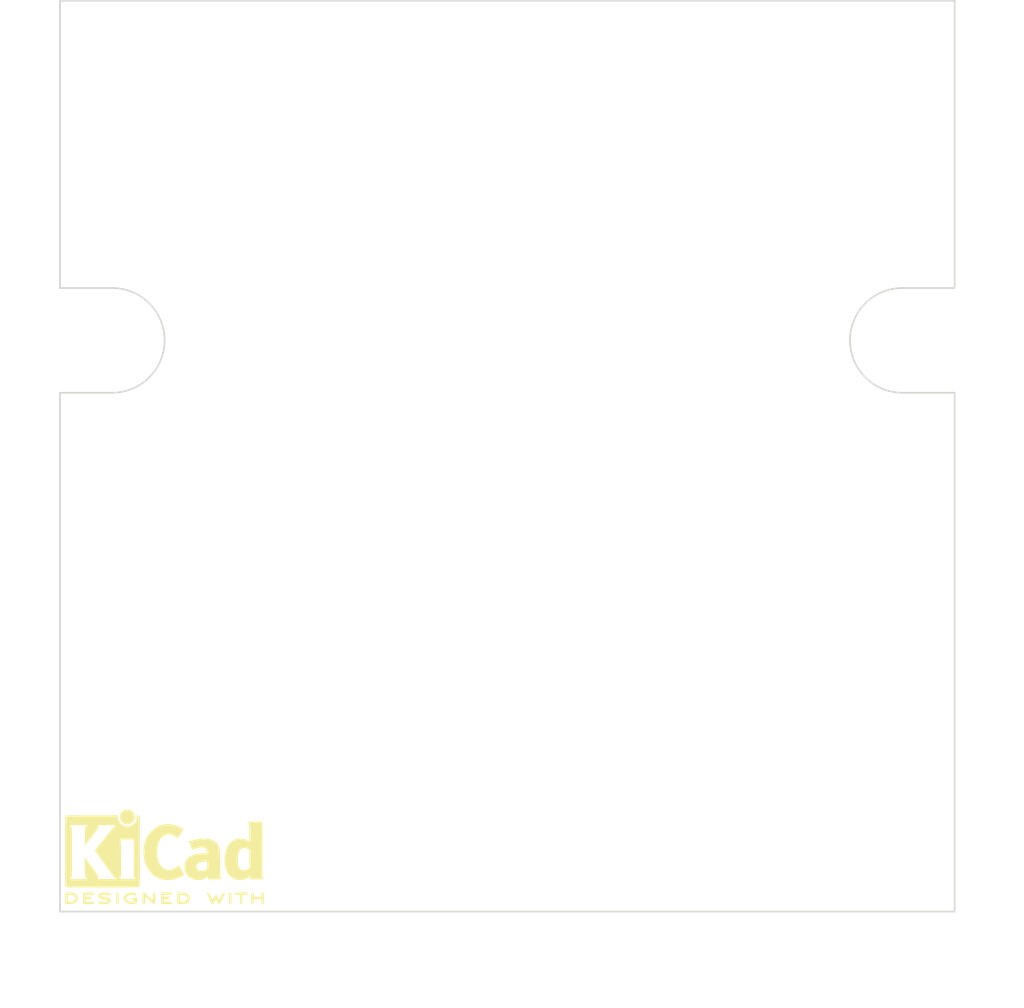
<source format=kicad_pcb>
(kicad_pcb (version 20221018) (generator pcbnew)
  (title_block (title "Enter Title On Page Setting Dialog") (rev "1") (company "Ashton Johnson"))
  (layers (0 "F.Cu" signal) (31 "B.Cu" signal) (35 "F.Paste" user) (37 "F.SilkS" user "F.Silkscreen") (39 "F.Mask" user) (44 "Edge.Cuts" user))
  (net 0 "")
  (footprint "Symbols:KiCad-Logo2_6mm_SilkScreen" (layer "F.Cu") (at 80 136)
    (fp_text reference "REF***" hide)
    (fp_text value "KiCad-Logo2_6mm_SilkScreen" hide)
    (fp_poly (pts (xy 4.188614 2.275877) (xy 4.212327 2.290647) (xy 4.238978 2.312227) (xy 4.238978 2.633773) (xy 4.238893 2.72783) (xy 4.238529 2.801932) (xy 4.237724 2.858704) (xy 4.236313 2.900768) (xy 4.234133 2.930748) (xy 4.231021 2.951267) (xy 4.226814 2.964949) (xy 4.221348 2.974416) (xy 4.217472 2.979082) (xy 4.186034 2.999575) (xy 4.150233 2.998739) (xy 4.118873 2.981264) (xy 4.092222 2.959684) (xy 4.092222 2.312227) (xy 4.118873 2.290647) (xy 4.144594 2.274949) (xy 4.1656 2.269067) (xy 4.188614 2.275877)) (stroke (width 0.01)) (fill solid) (layer "F.SilkS"))
    (fp_poly (pts (xy -2.923822 2.291645) (xy -2.917242 2.299218) (xy -2.912079 2.308987) (xy -2.908164 2.323571) (xy -2.905324 2.345585) (xy -2.903387 2.377648) (xy -2.902183 2.422375) (xy -2.901539 2.482385) (xy -2.901284 2.560294) (xy -2.901245 2.635956) (xy -2.901314 2.729802) (xy -2.901638 2.803689) (xy -2.902386 2.860232) (xy -2.903732 2.902049) (xy -2.905846 2.931757) (xy -2.9089 2.951973) (xy -2.913066 2.965314) (xy -2.918516 2.974398) (xy -2.923822 2.980267) (xy -2.956826 2.999947) (xy -2.991991 2.998181) (xy -3.023455 2.976717) (xy -3.030684 2.968337) (xy -3.036334 2.958614) (xy -3.040599 2.944861) (xy -3.043673 2.924389) (xy -3.045752 2.894512) (xy -3.04703 2.852541) (xy -3.047701 2.795789) (xy -3.047959 2.721567) (xy -3.048 2.637537) (xy -3.048 2.324485) (xy -3.020291 2.296776) (xy -2.986137 2.273463) (xy -2.953006 2.272623) (xy -2.923822 2.291645)) (stroke (width 0.01)) (fill solid) (layer "F.SilkS"))
    (fp_poly (pts (xy -2.273043 -2.973429) (xy -2.176768 -2.949191) (xy -2.090184 -2.906359) (xy -2.015373 -2.846581) (xy -1.954418 -2.771506) (xy -1.909399 -2.68278) (xy -1.883136 -2.58647) (xy -1.877286 -2.489205) (xy -1.89214 -2.395346) (xy -1.92584 -2.307489) (xy -1.976528 -2.22823) (xy -2.042345 -2.160164) (xy -2.121434 -2.105888) (xy -2.211934 -2.067998) (xy -2.2632 -2.055574) (xy -2.307698 -2.048053) (xy -2.341999 -2.045081) (xy -2.37496 -2.046906) (xy -2.415434 -2.053775) (xy -2.448531 -2.06075) (xy -2.541947 -2.092259) (xy -2.625619 -2.143383) (xy -2.697665 -2.212571) (xy -2.7562 -2.298272) (xy -2.770148 -2.325511) (xy -2.786586 -2.361878) (xy -2.796894 -2.392418) (xy -2.80246 -2.42455) (xy -2.804669 -2.465693) (xy -2.804948 -2.511778) (xy -2.800861 -2.596135) (xy -2.787446 -2.665414) (xy -2.762256 -2.726039) (xy -2.722846 -2.784433) (xy -2.684298 -2.828698) (xy -2.612406 -2.894516) (xy -2.537313 -2.939947) (xy -2.454562 -2.96715) (xy -2.376928 -2.977424) (xy -2.273043 -2.973429)) (stroke (width 0.01)) (fill solid) (layer "F.SilkS"))
    (fp_poly (pts (xy 4.963065 2.269163) (xy 5.041772 2.269542) (xy 5.102863 2.270333) (xy 5.148817 2.27167) (xy 5.182114 2.273683) (xy 5.205236 2.276506) (xy 5.220662 2.280269) (xy 5.230871 2.285105) (xy 5.235813 2.288822) (xy 5.261457 2.321358) (xy 5.264559 2.355138) (xy 5.248711 2.385826) (xy 5.238348 2.398089) (xy 5.227196 2.40645) (xy 5.211035 2.411657) (xy 5.185642 2.414457) (xy 5.146798 2.415596) (xy 5.09028 2.415821) (xy 5.07918 2.415822) (xy 4.933244 2.415822) (xy 4.933244 2.686756) (xy 4.933148 2.772154) (xy 4.932711 2.837864) (xy 4.931712 2.886774) (xy 4.929928 2.921773) (xy 4.927137 2.945749) (xy 4.923117 2.961593) (xy 4.917645 2.972191) (xy 4.910666 2.980267) (xy 4.877734 3.000112) (xy 4.843354 2.998548) (xy 4.812176 2.975906) (xy 4.809886 2.9731) (xy 4.802429 2.962492) (xy 4.796747 2.950081) (xy 4.792601 2.93285) (xy 4.78975 2.907784) (xy 4.787954 2.871867) (xy 4.786972 2.822083) (xy 4.786564 2.755417) (xy 4.786489 2.679589) (xy 4.786489 2.415822) (xy 4.647127 2.415822) (xy 4.587322 2.415418) (xy 4.545918 2.41384) (xy 4.518748 2.410547) (xy 4.501646 2.404992) (xy 4.490443 2.396631) (xy 4.489083 2.395178) (xy 4.472725 2.361939) (xy 4.474172 2.324362) (xy 4.492978 2.291645) (xy 4.50025 2.285298) (xy 4.509627 2.280266) (xy 4.523609 2.276396) (xy 4.544696 2.273537) (xy 4.575389 2.271535) (xy 4.618189 2.270239) (xy 4.675595 2.269498) (xy 4.75011 2.269158) (xy 4.844233 2.269068) (xy 4.86426 2.269067) (xy 4.963065 2.269163)) (stroke (width 0.01)) (fill solid) (layer "F.SilkS"))
    (fp_poly (pts (xy 6.228823 2.274533) (xy 6.260202 2.296776) (xy 6.287911 2.324485) (xy 6.287911 2.63392) (xy 6.287838 2.725799) (xy 6.287495 2.79784) (xy 6.286692 2.85278) (xy 6.285241 2.89336) (xy 6.282952 2.922317) (xy 6.279636 2.942391) (xy 6.275105 2.956321) (xy 6.269169 2.966845) (xy 6.264514 2.9731) (xy 6.233783 2.997673) (xy 6.198496 3.000341) (xy 6.166245 2.985271) (xy 6.155588 2.976374) (xy 6.148464 2.964557) (xy 6.144167 2.945526) (xy 6.141991 2.914992) (xy 6.141228 2.868662) (xy 6.141155 2.832871) (xy 6.141155 2.698045) (xy 5.644444 2.698045) (xy 5.644444 2.8207) (xy 5.643931 2.876787) (xy 5.641876 2.915333) (xy 5.637508 2.941361) (xy 5.630056 2.959897) (xy 5.621047 2.9731) (xy 5.590144 2.997604) (xy 5.555196 3.000506) (xy 5.521738 2.983089) (xy 5.512604 2.973959) (xy 5.506152 2.961855) (xy 5.501897 2.943001) (xy 5.499352 2.91362) (xy 5.498029 2.869937) (xy 5.497443 2.808175) (xy 5.497375 2.794) (xy 5.496891 2.677631) (xy 5.496641 2.581727) (xy 5.496723 2.504177) (xy 5.497231 2.442869) (xy 5.498262 2.39569) (xy 5.499913 2.36053) (xy 5.502279 2.335276) (xy 5.505457 2.317817) (xy 5.509544 2.306041) (xy 5.514634 2.297835) (xy 5.520266 2.291645) (xy 5.552128 2.271844) (xy 5.585357 2.274533) (xy 5.616735 2.296776) (xy 5.629433 2.311126) (xy 5.637526 2.326978) (xy 5.642042 2.349554) (xy 5.644006 2.384078) (xy 5.644444 2.435776) (xy 5.644444 2.551289) (xy 6.141155 2.551289) (xy 6.141155 2.432756) (xy 6.141662 2.378148) (xy 6.143698 2.341275) (xy 6.148035 2.317307) (xy 6.155447 2.301415) (xy 6.163733 2.291645) (xy 6.195594 2.271844) (xy 6.228823 2.274533)) (stroke (width 0.01)) (fill solid) (layer "F.SilkS"))
    (fp_poly (pts (xy 1.018309 2.269275) (xy 1.147288 2.273636) (xy 1.256991 2.286861) (xy 1.349226 2.309741) (xy 1.425802 2.34307) (xy 1.488527 2.387638) (xy 1.539212 2.444236) (xy 1.579663 2.513658) (xy 1.580459 2.515351) (xy 1.604601 2.577483) (xy 1.613203 2.632509) (xy 1.606231 2.687887) (xy 1.583654 2.751073) (xy 1.579372 2.760689) (xy 1.550172 2.816966) (xy 1.517356 2.860451) (xy 1.475002 2.897417) (xy 1.41719 2.934135) (xy 1.413831 2.936052) (xy 1.363504 2.960227) (xy 1.306621 2.978282) (xy 1.239527 2.990839) (xy 1.158565 2.998522) (xy 1.060082 3.001953) (xy 1.025286 3.002251) (xy 0.859594 3.002845) (xy 0.836197 2.9731) (xy 0.829257 2.963319) (xy 0.823842 2.951897) (xy 0.819765 2.936095) (xy 0.816837 2.913175) (xy 0.814867 2.880396) (xy 0.814225 2.856089) (xy 0.970844 2.856089) (xy 1.064726 2.856089) (xy 1.119664 2.854483) (xy 1.17606 2.850255) (xy 1.222345 2.844292) (xy 1.225139 2.84379) (xy 1.307348 2.821736) (xy 1.371114 2.7886) (xy 1.418452 2.742847) (xy 1.451382 2.682939) (xy 1.457108 2.667061) (xy 1.462721 2.642333) (xy 1.460291 2.617902) (xy 1.448467 2.5854) (xy 1.44134 2.569434) (xy 1.418 2.527006) (xy 1.38988 2.49724) (xy 1.35894 2.476511) (xy 1.296966 2.449537) (xy 1.217651 2.429998) (xy 1.125253 2.418746) (xy 1.058333 2.41627) (xy 0.970844 2.415822) (xy 0.970844 2.856089) (xy 0.814225 2.856089) (xy 0.813668 2.835021) (xy 0.81305 2.774311) (xy 0.812825 2.695526) (xy 0.8128 2.63392) (xy 0.8128 2.324485) (xy 0.840509 2.296776) (xy 0.852806 2.285544) (xy 0.866103 2.277853) (xy 0.884672 2.27304) (xy 0.912786 2.270446) (xy 0.954717 2.26941) (xy 1.014737 2.26927) (xy 1.018309 2.269275)) (stroke (width 0.01)) (fill solid) (layer "F.SilkS"))
    (fp_poly (pts (xy -6.121371 2.269066) (xy -6.081889 2.269467) (xy -5.9662 2.272259) (xy -5.869311 2.28055) (xy -5.787919 2.295232) (xy -5.718723 2.317193) (xy -5.65842 2.347322) (xy -5.603708 2.38651) (xy -5.584167 2.403532) (xy -5.55175 2.443363) (xy -5.52252 2.497413) (xy -5.499991 2.557323) (xy -5.487679 2.614739) (xy -5.4864 2.635956) (xy -5.494417 2.694769) (xy -5.515899 2.759013) (xy -5.546999 2.819821) (xy -5.583866 2.86833) (xy -5.589854 2.874182) (xy -5.640579 2.915321) (xy -5.696125 2.947435) (xy -5.759696 2.971365) (xy -5.834494 2.987953) (xy -5.923722 2.998041) (xy -6.030582 3.002469) (xy -6.079528 3.002845) (xy -6.141762 3.002545) (xy -6.185528 3.001292) (xy -6.214931 2.998554) (xy -6.234079 2.993801) (xy -6.247077 2.986501) (xy -6.254045 2.980267) (xy -6.260626 2.972694) (xy -6.265788 2.962924) (xy -6.269703 2.94834) (xy -6.272543 2.926326) (xy -6.27448 2.894264) (xy -6.275684 2.849536) (xy -6.276328 2.789526) (xy -6.276583 2.711617) (xy -6.276622 2.635956) (xy -6.27687 2.535041) (xy -6.276817 2.454427) (xy -6.275857 2.415822) (xy -6.129867 2.415822) (xy -6.129867 2.856089) (xy -6.036734 2.856004) (xy -5.980693 2.854396) (xy -5.921999 2.850256) (xy -5.873028 2.844464) (xy -5.871538 2.844226) (xy -5.792392 2.82509) (xy -5.731002 2.795287) (xy -5.684305 2.752878) (xy -5.654635 2.706961) (xy -5.636353 2.656026) (xy -5.637771 2.6082) (xy -5.658988 2.556933) (xy -5.700489 2.503899) (xy -5.757998 2.4646) (xy -5.83275 2.438331) (xy -5.882708 2.429035) (xy -5.939416 2.422507) (xy -5.999519 2.417782) (xy -6.050639 2.415817) (xy -6.053667 2.415808) (xy -6.129867 2.415822) (xy -6.275857 2.415822) (xy -6.27526 2.391851) (xy -6.270998 2.345055) (xy -6.26283 2.311778) (xy -6.249556 2.289759) (xy -6.229974 2.276739) (xy -6.202883 2.270457) (xy -6.167082 2.268653) (xy -6.121371 2.269066)) (stroke (width 0.01)) (fill solid) (layer "F.SilkS"))
    (fp_poly (pts (xy -1.300114 2.273448) (xy -1.276548 2.287273) (xy -1.245735 2.309881) (xy -1.206078 2.342338) (xy -1.15598 2.385708) (xy -1.093843 2.441058) (xy -1.018072 2.509451) (xy -0.931334 2.588084) (xy -0.750711 2.751878) (xy -0.745067 2.532029) (xy -0.743029 2.456351) (xy -0.741063 2.399994) (xy -0.738734 2.359706) (xy -0.735606 2.332235) (xy -0.731245 2.314329) (xy -0.725216 2.302737) (xy -0.717084 2.294208) (xy -0.712772 2.290623) (xy -0.678241 2.27167) (xy -0.645383 2.274441) (xy -0.619318 2.290633) (xy -0.592667 2.312199) (xy -0.589352 2.627151) (xy -0.588435 2.719779) (xy -0.587968 2.792544) (xy -0.588113 2.848161) (xy -0.589032 2.889342) (xy -0.590887 2.918803) (xy -0.593839 2.939255) (xy -0.59805 2.953413) (xy -0.603682 2.963991) (xy -0.609927 2.972474) (xy -0.623439 2.988207) (xy -0.636883 2.998636) (xy -0.652124 3.002639) (xy -0.671026 2.999094) (xy -0.695455 2.986879) (xy -0.727273 2.964871) (xy -0.768348 2.931949) (xy -0.820542 2.886991) (xy -0.885722 2.828875) (xy -0.959556 2.762099) (xy -1.224845 2.521458) (xy -1.230489 2.740589) (xy -1.232531 2.816128) (xy -1.234502 2.872354) (xy -1.236839 2.912524) (xy -1.239981 2.939896) (xy -1.244364 2.957728) (xy -1.250424 2.969279) (xy -1.2586 2.977807) (xy -1.262784 2.981282) (xy -1.299765 3.000372) (xy -1.334708 2.997493) (xy -1.365136 2.9731) (xy -1.372097 2.963286) (xy -1.377523 2.951826) (xy -1.381603 2.935968) (xy -1.384529 2.912963) (xy -1.386492 2.880062) (xy -1.387683 2.834516) (xy -1.388292 2.773573) (xy -1.388511 2.694486) (xy -1.388534 2.635956) (xy -1.38846 2.544407) (xy -1.388113 2.472687) (xy -1.387301 2.418045) (xy -1.385833 2.377732) (xy -1.383519 2.348998) (xy -1.380167 2.329093) (xy -1.375588 2.315268) (xy -1.369589 2.304772) (xy -1.365136 2.298811) (xy -1.35385 2.284691) (xy -1.343301 2.274029) (xy -1.331893 2.267892) (xy -1.31803 2.267343) (xy -1.300114 2.273448)) (stroke (width 0.01)) (fill solid) (layer "F.SilkS"))
    (fp_poly (pts (xy -1.950081 2.274599) (xy -1.881565 2.286095) (xy -1.828943 2.303967) (xy -1.794708 2.327499) (xy -1.785379 2.340924) (xy -1.775893 2.372148) (xy -1.782277 2.400395) (xy -1.80243 2.427182) (xy -1.833745 2.439713) (xy -1.879183 2.438696) (xy -1.914326 2.431906) (xy -1.992419 2.418971) (xy -2.072226 2.417742) (xy -2.161555 2.428241) (xy -2.186229 2.43269) (xy -2.269291 2.456108) (xy -2.334273 2.490945) (xy -2.380461 2.536604) (xy -2.407145 2.592494) (xy -2.412663 2.621388) (xy -2.409051 2.680012) (xy -2.385729 2.731879) (xy -2.344824 2.775978) (xy -2.288459 2.811299) (xy -2.21876 2.836829) (xy -2.137852 2.851559) (xy -2.04786 2.854478) (xy -1.95091 2.844575) (xy -1.945436 2.843641) (xy -1.906875 2.836459) (xy -1.885494 2.829521) (xy -1.876227 2.819227) (xy -1.874006 2.801976) (xy -1.873956 2.792841) (xy -1.873956 2.754489) (xy -1.942431 2.754489) (xy -2.0029 2.750347) (xy -2.044165 2.737147) (xy -2.068175 2.71373) (xy -2.076877 2.678936) (xy -2.076983 2.674394) (xy -2.071892 2.644654) (xy -2.054433 2.623419) (xy -2.021939 2.609366) (xy -1.971743 2.601173) (xy -1.923123 2.598161) (xy -1.852456 2.596433) (xy -1.801198 2.59907) (xy -1.766239 2.6088) (xy -1.74447 2.628353) (xy -1.73278 2.660456) (xy -1.72806 2.707838) (xy -1.7272 2.770071) (xy -1.728609 2.839535) (xy -1.732848 2.886786) (xy -1.739936 2.912012) (xy -1.741311 2.913988) (xy -1.780228 2.945508) (xy -1.837286 2.97047) (xy -1.908869 2.98834) (xy -1.991358 2.998586) (xy -2.081139 3.000673) (xy -2.174592 2.994068) (xy -2.229556 2.985956) (xy -2.315766 2.961554) (xy -2.395892 2.921662) (xy -2.462977 2.869887) (xy -2.473173 2.859539) (xy -2.506302 2.816035) (xy -2.536194 2.762118) (xy -2.559357 2.705592) (xy -2.572298 2.654259) (xy -2.573858 2.634544) (xy -2.567218 2.593419) (xy -2.549568 2.542252) (xy -2.524297 2.488394) (xy -2.494789 2.439195) (xy -2.468719 2.406334) (xy -2.407765 2.357452) (xy -2.328969 2.318545) (xy -2.235157 2.290494) (xy -2.12915 2.274179) (xy -2.032 2.270192) (xy -1.950081 2.274599)) (stroke (width 0.01)) (fill solid) (layer "F.SilkS"))
    (fp_poly (pts (xy 0.230343 2.26926) (xy 0.306701 2.270174) (xy 0.365217 2.272311) (xy 0.408255 2.276175) (xy 0.438183 2.282267) (xy 0.457368 2.29109) (xy 0.468176 2.303146) (xy 0.472973 2.318939) (xy 0.474127 2.33897) (xy 0.474133 2.341335) (xy 0.473131 2.363992) (xy 0.468396 2.381503) (xy 0.457333 2.394574) (xy 0.437348 2.403913) (xy 0.405846 2.410227) (xy 0.360232 2.414222) (xy 0.297913 2.416606) (xy 0.216293 2.418086) (xy 0.191277 2.418414) (xy -0.0508 2.421467) (xy -0.054186 2.486378) (xy -0.057571 2.551289) (xy 0.110576 2.551289) (xy 0.176266 2.551531) (xy 0.223172 2.552556) (xy 0.255083 2.554811) (xy 0.275791 2.558742) (xy 0.289084 2.564798) (xy 0.298755 2.573424) (xy 0.298817 2.573493) (xy 0.316356 2.607112) (xy 0.315722 2.643448) (xy 0.297314 2.674423) (xy 0.293671 2.677607) (xy 0.280741 2.685812) (xy 0.263024 2.691521) (xy 0.23657 2.695162) (xy 0.197432 2.697167) (xy 0.141662 2.697964) (xy 0.105994 2.698045) (xy -0.056445 2.698045) (xy -0.056445 2.856089) (xy 0.190161 2.856089) (xy 0.27158 2.856231) (xy 0.33341 2.856814) (xy 0.378637 2.858068) (xy 0.410248 2.860227) (xy 0.431231 2.863523) (xy 0.444573 2.868189) (xy 0.453261 2.874457) (xy 0.45545 2.876733) (xy 0.471614 2.90828) (xy 0.472797 2.944168) (xy 0.459536 2.975285) (xy 0.449043 2.985271) (xy 0.438129 2.990769) (xy 0.421217 2.995022) (xy 0.395633 2.99818) (xy 0.358701 3.000392) (xy 0.307746 3.001806) (xy 0.240094 3.002572) (xy 0.153069 3.002838) (xy 0.133394 3.002845) (xy 0.044911 3.002787) (xy -0.023773 3.002467) (xy -0.075436 3.001667) (xy -0.112855 3.000167) (xy -0.13881 2.997749) (xy -0.156078 2.994194) (xy -0.167438 2.989282) (xy -0.175668 2.982795) (xy -0.180183 2.978138) (xy -0.186979 2.969889) (xy -0.192288 2.959669) (xy -0.196294 2.9448) (xy -0.199179 2.922602) (xy -0.201126 2.890393) (xy -0.202319 2.845496) (xy -0.202939 2.785228) (xy -0.203171 2.706911) (xy -0.2032 2.640994) (xy -0.203129 2.548628) (xy -0.202792 2.476117) (xy -0.202002 2.420737) (xy -0.200574 2.379765) (xy -0.198321 2.350478) (xy -0.195057 2.330153) (xy -0.190596 2.316066) (xy -0.184752 2.305495) (xy -0.179803 2.298811) (xy -0.156406 2.269067) (xy 0.133774 2.269067) (xy 0.230343 2.26926)) (stroke (width 0.01)) (fill solid) (layer "F.SilkS"))
    (fp_poly (pts (xy -4.712794 2.269146) (xy -4.643386 2.269518) (xy -4.590997 2.270385) (xy -4.552847 2.271946) (xy -4.526159 2.274403) (xy -4.508153 2.277957) (xy -4.496049 2.28281) (xy -4.487069 2.289161) (xy -4.483818 2.292084) (xy -4.464043 2.323142) (xy -4.460482 2.358828) (xy -4.473491 2.39051) (xy -4.479506 2.396913) (xy -4.489235 2.403121) (xy -4.504901 2.40791) (xy -4.529408 2.411514) (xy -4.565661 2.414164) (xy -4.616565 2.416095) (xy -4.685026 2.417539) (xy -4.747617 2.418418) (xy -4.995334 2.421467) (xy -4.998719 2.486378) (xy -5.002105 2.551289) (xy -4.833958 2.551289) (xy -4.760959 2.551919) (xy -4.707517 2.554553) (xy -4.670628 2.560309) (xy -4.647288 2.570304) (xy -4.634494 2.585656) (xy -4.629242 2.607482) (xy -4.628445 2.627738) (xy -4.630923 2.652592) (xy -4.640277 2.670906) (xy -4.659383 2.683637) (xy -4.691118 2.691741) (xy -4.738359 2.696176) (xy -4.803983 2.697899) (xy -4.839801 2.698045) (xy -5.000978 2.698045) (xy -5.000978 2.856089) (xy -4.752622 2.856089) (xy -4.671213 2.856202) (xy -4.609342 2.856712) (xy -4.563968 2.85787) (xy -4.532054 2.85993) (xy -4.510559 2.863146) (xy -4.496443 2.867772) (xy -4.486668 2.874059) (xy -4.481689 2.878667) (xy -4.46461 2.90556) (xy -4.459111 2.929467) (xy -4.466963 2.958667) (xy -4.481689 2.980267) (xy -4.489546 2.987066) (xy -4.499688 2.992346) (xy -4.514844 2.996298) (xy -4.537741 2.999113) (xy -4.571109 3.000982) (xy -4.617675 3.002098) (xy -4.680167 3.002651) (xy -4.761314 3.002833) (xy -4.803422 3.002845) (xy -4.893598 3.002765) (xy -4.963924 3.002398) (xy -5.017129 3.001552) (xy -5.05594 3.000036) (xy -5.083087 2.997659) (xy -5.101298 2.994229) (xy -5.1133 2.989554) (xy -5.121822 2.983444) (xy -5.125156 2.980267) (xy -5.131755 2.97267) (xy -5.136927 2.96287) (xy -5.140846 2.948239) (xy -5.143684 2.926152) (xy -5.145615 2.893982) (xy -5.146812 2.849103) (xy -5.147448 2.788889) (xy -5.147697 2.710713) (xy -5.147734 2.637923) (xy -5.1477 2.544707) (xy -5.147465 2.471431) (xy -5.14683 2.415458) (xy -5.145594 2.374151) (xy -5.143556 2.344872) (xy -5.140517 2.324984) (xy -5.136277 2.31185) (xy -5.130635 2.302832) (xy -5.123391 2.295293) (xy -5.121606 2.293612) (xy -5.112945 2.286172) (xy -5.102882 2.280409) (xy -5.088625 2.276112) (xy -5.067383 2.273064) (xy -5.036364 2.271051) (xy -4.992777 2.26986) (xy -4.933831 2.269275) (xy -4.856734 2.269083) (xy -4.802001 2.269067) (xy -4.712794 2.269146)) (stroke (width 0.01)) (fill solid) (layer "F.SilkS"))
    (fp_poly (pts (xy 3.744665 2.271034) (xy 3.764255 2.278035) (xy 3.76501 2.278377) (xy 3.791613 2.298678) (xy 3.80627 2.319561) (xy 3.809138 2.329352) (xy 3.808996 2.342361) (xy 3.804961 2.360895) (xy 3.796146 2.387257) (xy 3.781669 2.423752) (xy 3.760645 2.472687) (xy 3.732188 2.536365) (xy 3.695415 2.617093) (xy 3.675175 2.661216) (xy 3.638625 2.739985) (xy 3.604315 2.812423) (xy 3.573552 2.87588) (xy 3.547648 2.927708) (xy 3.52791 2.965259) (xy 3.51565 2.985884) (xy 3.513224 2.988733) (xy 3.482183 3.001302) (xy 3.447121 2.999619) (xy 3.419 2.984332) (xy 3.417854 2.983089) (xy 3.406668 2.966154) (xy 3.387904 2.93317) (xy 3.363875 2.88838) (xy 3.336897 2.836032) (xy 3.327201 2.816742) (xy 3.254014 2.67015) (xy 3.17424 2.829393) (xy 3.145767 2.884415) (xy 3.11935 2.932132) (xy 3.097148 2.968893) (xy 3.081319 2.991044) (xy 3.075954 2.995741) (xy 3.034257 3.002102) (xy 2.999849 2.988733) (xy 2.989728 2.974446) (xy 2.972214 2.942692) (xy 2.948735 2.896597) (xy 2.92072 2.839285) (xy 2.889599 2.77388) (xy 2.856799 2.703507) (xy 2.82375 2.631291) (xy 2.791881 2.560355) (xy 2.762619 2.493825) (xy 2.737395 2.434826) (xy 2.717636 2.386481) (xy 2.704772 2.351915) (xy 2.700231 2.334253) (xy 2.700277 2.333613) (xy 2.711326 2.311388) (xy 2.73341 2.288753) (xy 2.73471 2.287768) (xy 2.761853 2.272425) (xy 2.786958 2.272574) (xy 2.796368 2.275466) (xy 2.807834 2.281718) (xy 2.82001 2.294014) (xy 2.834357 2.314908) (xy 2.852336 2.346949) (xy 2.875407 2.392688) (xy 2.90503 2.454677) (xy 2.931745 2.511898) (xy 2.96248 2.578226) (xy 2.990021 2.637874) (xy 3.012938 2.687725) (xy 3.029798 2.724664) (xy 3.039173 2.745573) (xy 3.04054 2.748845) (xy 3.046689 2.743497) (xy 3.060822 2.721109) (xy 3.081057 2.684946) (xy 3.105515 2.638277) (xy 3.115248 2.619022) (xy 3.148217 2.554004) (xy 3.173643 2.506654) (xy 3.193612 2.474219) (xy 3.21021 2.453946) (xy 3.225524 2.443082) (xy 3.24164 2.438875) (xy 3.252143 2.4384) (xy 3.27067 2.440042) (xy 3.286904 2.446831) (xy 3.303035 2.461566) (xy 3.321251 2.487044) (xy 3.343739 2.526061) (xy 3.372689 2.581414) (xy 3.388662 2.612903) (xy 3.41457 2.663087) (xy 3.437167 2.704704) (xy 3.454458 2.734242) (xy 3.46445 2.748189) (xy 3.465809 2.74877) (xy 3.472261 2.737793) (xy 3.486708 2.70929) (xy 3.507703 2.666244) (xy 3.533797 2.611638) (xy 3.563546 2.548454) (xy 3.57818 2.517071) (xy 3.61625 2.436078) (xy 3.646905 2.373756) (xy 3.671737 2.328071) (xy 3.692337 2.296989) (xy 3.710298 2.278478) (xy 3.72721 2.270504) (xy 3.744665 2.271034)) (stroke (width 0.01)) (fill solid) (layer "F.SilkS"))
    (fp_poly (pts (xy -3.691703 2.270351) (xy -3.616888 2.275581) (xy -3.547306 2.28375) (xy -3.487002 2.29455) (xy -3.44002 2.307673) (xy -3.410406 2.322813) (xy -3.40586 2.327269) (xy -3.390054 2.36185) (xy -3.394847 2.397351) (xy -3.419364 2.427725) (xy -3.420534 2.428596) (xy -3.434954 2.437954) (xy -3.450008 2.442876) (xy -3.471005 2.443473) (xy -3.503257 2.439861) (xy -3.552073 2.432154) (xy -3.556 2.431505) (xy -3.628739 2.422569) (xy -3.707217 2.418161) (xy -3.785927 2.418119) (xy -3.859361 2.422279) (xy -3.922011 2.430479) (xy -3.96837 2.442557) (xy -3.971416 2.443771) (xy -4.005048 2.462615) (xy -4.016864 2.481685) (xy -4.007614 2.500439) (xy -3.978047 2.518337) (xy -3.928911 2.534837) (xy -3.860957 2.549396) (xy -3.815645 2.556406) (xy -3.721456 2.569889) (xy -3.646544 2.582214) (xy -3.587717 2.594449) (xy -3.541785 2.607661) (xy -3.505555 2.622917) (xy -3.475838 2.641285) (xy -3.449442 2.663831) (xy -3.42823 2.685971) (xy -3.403065 2.716819) (xy -3.390681 2.743345) (xy -3.386808 2.776026) (xy -3.386667 2.787995) (xy -3.389576 2.827712) (xy -3.401202 2.857259) (xy -3.421323 2.883486) (xy -3.462216 2.923576) (xy -3.507817 2.954149) (xy -3.561513 2.976203) (xy -3.626692 2.990735) (xy -3.706744 2.998741) (xy -3.805057 3.001218) (xy -3.821289 3.001177) (xy -3.886849 2.999818) (xy -3.951866 2.99673) (xy -4.009252 2.992356) (xy -4.051922 2.98714) (xy -4.055372 2.986541) (xy -4.097796 2.976491) (xy -4.13378 2.963796) (xy -4.15415 2.95219) (xy -4.173107 2.921572) (xy -4.174427 2.885918) (xy -4.158085 2.854144) (xy -4.154429 2.850551) (xy -4.139315 2.839876) (xy -4.120415 2.835276) (xy -4.091162 2.836059) (xy -4.055651 2.840127) (xy -4.01597 2.843762) (xy -3.960345 2.846828) (xy -3.895406 2.849053) (xy -3.827785 2.850164) (xy -3.81 2.850237) (xy -3.742128 2.849964) (xy -3.692454 2.848646) (xy -3.65661 2.845827) (xy -3.630224 2.84105) (xy -3.608926 2.833857) (xy -3.596126 2.827867) (xy -3.568 2.811233) (xy -3.550068 2.796168) (xy -3.547447 2.791897) (xy -3.552976 2.774263) (xy -3.57926 2.757192) (xy -3.624478 2.741458) (xy -3.686808 2.727838) (xy -3.705171 2.724804) (xy -3.80109 2.709738) (xy -3.877641 2.697146) (xy -3.93778 2.686111) (xy -3.98446 2.67572) (xy -4.020637 2.665056) (xy -4.049265 2.653205) (xy -4.073298 2.639251) (xy -4.095692 2.622281) (xy -4.119402 2.601378) (xy -4.12738 2.594049) (xy -4.155353 2.566699) (xy -4.17016 2.545029) (xy -4.175952 2.520232) (xy -4.176889 2.488983) (xy -4.166575 2.427705) (xy -4.135752 2.37564) (xy -4.084595 2.332958) (xy -4.013283 2.299825) (xy -3.9624 2.284964) (xy -3.9071 2.275366) (xy -3.840853 2.269936) (xy -3.767706 2.268367) (xy -3.691703 2.270351)) (stroke (width 0.01)) (fill solid) (layer "F.SilkS"))
    (fp_poly (pts (xy 0.328429 -2.050929) (xy 0.48857 -2.029755) (xy 0.65251 -1.989615) (xy 0.822313 -1.930111) (xy 1.000043 -1.850846) (xy 1.01131 -1.845301) (xy 1.069005 -1.817275) (xy 1.120552 -1.793198) (xy 1.162191 -1.774751) (xy 1.190162 -1.763614) (xy 1.199733 -1.761067) (xy 1.21895 -1.756059) (xy 1.223561 -1.751853) (xy 1.218458 -1.74142) (xy 1.202418 -1.715132) (xy 1.177288 -1.675743) (xy 1.144914 -1.626009) (xy 1.107143 -1.568685) (xy 1.065822 -1.506524) (xy 1.022798 -1.442282) (xy 0.979917 -1.378715) (xy 0.939026 -1.318575) (xy 0.901971 -1.26462) (xy 0.8706 -1.219603) (xy 0.846759 -1.186279) (xy 0.832294 -1.167403) (xy 0.830309 -1.165213) (xy 0.820191 -1.169862) (xy 0.79785 -1.187038) (xy 0.76728 -1.21356) (xy 0.751536 -1.228036) (xy 0.655047 -1.303318) (xy 0.548336 -1.358759) (xy 0.432832 -1.393859) (xy 0.309962 -1.40812) (xy 0.240561 -1.406949) (xy 0.119423 -1.389788) (xy 0.010205 -1.353906) (xy -0.087418 -1.299041) (xy -0.173772 -1.22493) (xy -0.249185 -1.131312) (xy -0.313982 -1.017924) (xy -0.351399 -0.931333) (xy -0.395252 -0.795634) (xy -0.427572 -0.64815) (xy -0.448443 -0.492686) (xy -0.457949 -0.333044) (xy -0.456173 -0.173027) (xy -0.443197 -0.016439) (xy -0.419106 0.132918) (xy -0.383982 0.27124) (xy -0.337908 0.394724) (xy -0.321627 0.428978) (xy -0.25338 0.543064) (xy -0.172921 0.639557) (xy -0.08143 0.71767) (xy 0.019911 0.776617) (xy 0.12992 0.815612) (xy 0.247415 0.833868) (xy 0.288883 0.835211) (xy 0.410441 0.82429) (xy 0.530878 0.791474) (xy 0.648666 0.737439) (xy 0.762277 0.662865) (xy 0.853685 0.584539) (xy 0.900215 0.540008) (xy 1.081483 0.837271) (xy 1.12658 0.911433) (xy 1.167819 0.979646) (xy 1.203735 1.039459) (xy 1.232866 1.08842) (xy 1.25375 1.124079) (xy 1.264924 1.143984) (xy 1.266375 1.147079) (xy 1.258146 1.156718) (xy 1.232567 1.173999) (xy 1.192873 1.197283) (xy 1.142297 1.224934) (xy 1.084074 1.255315) (xy 1.021437 1.28679) (xy 0.957621 1.317722) (xy 0.89586 1.346473) (xy 0.839388 1.371408) (xy 0.791438 1.390889) (xy 0.767986 1.399318) (xy 0.634221 1.437133) (xy 0.496327 1.462136) (xy 0.348622 1.47514) (xy 0.221833 1.477468) (xy 0.153878 1.476373) (xy 0.088277 1.474275) (xy 0.030847 1.471434) (xy -0.012597 1.468106) (xy -0.026702 1.466422) (xy -0.165716 1.437587) (xy -0.307243 1.392468) (xy -0.444725 1.33375) (xy -0.571606 1.26412) (xy -0.649111 1.211441) (xy -0.776519 1.103239) (xy -0.894822 0.976671) (xy -1.001828 0.834866) (xy -1.095348 0.680951) (xy -1.17319 0.518053) (xy -1.217044 0.400756) (xy -1.267292 0.217128) (xy -1.300791 0.022581) (xy -1.317551 -0.178675) (xy -1.317584 -0.382432) (xy -1.300899 -0.584479) (xy -1.267507 -0.780608) (xy -1.21742 -0.966609) (xy -1.213603 -0.978197) (xy -1.150719 -1.14025) (xy -1.073972 -1.288168) (xy -0.980758 -1.426135) (xy -0.868473 -1.558339) (xy -0.824608 -1.603601) (xy -0.688466 -1.727543) (xy -0.548509 -1.830085) (xy -0.402589 -1.912344) (xy -0.248558 -1.975436) (xy -0.084268 -2.020477) (xy 0.011289 -2.037967) (xy 0.170023 -2.053534) (xy 0.328429 -2.050929)) (stroke (width 0.01)) (fill solid) (layer "F.SilkS"))
    (fp_poly (pts (xy 6.186507 -0.527755) (xy 6.186526 -0.293338) (xy 6.186552 -0.080397) (xy 6.186625 0.112168) (xy 6.186782 0.285459) (xy 6.187064 0.440576) (xy 6.187509 0.57862) (xy 6.188156 0.700692) (xy 6.189045 0.807894) (xy 6.190213 0.901326) (xy 6.191701 0.98209) (xy 6.193546 1.051286) (xy 6.195789 1.110015) (xy 6.198469 1.159379) (xy 6.201623 1.200478) (xy 6.205292 1.234413) (xy 6.209513 1.262286) (xy 6.214327 1.285198) (xy 6.219773 1.304249) (xy 6.225888 1.32054) (xy 6.232712 1.335173) (xy 6.240285 1.349249) (xy 6.248645 1.363868) (xy 6.253839 1.372974) (xy 6.288104 1.433689) (xy 5.429955 1.433689) (xy 5.429955 1.337733) (xy 5.429224 1.29437) (xy 5.427272 1.261205) (xy 5.424463 1.243424) (xy 5.423221 1.241778) (xy 5.411799 1.248662) (xy 5.389084 1.266505) (xy 5.366385 1.285879) (xy 5.3118 1.326614) (xy 5.242321 1.367617) (xy 5.16527 1.405123) (xy 5.087965 1.435364) (xy 5.057113 1.445012) (xy 4.988616 1.459578) (xy 4.905764 1.469539) (xy 4.816371 1.474583) (xy 4.728248 1.474396) (xy 4.649207 1.468666) (xy 4.611511 1.462858) (xy 4.473414 1.424797) (xy 4.346113 1.367073) (xy 4.230292 1.290211) (xy 4.126637 1.194739) (xy 4.035833 1.081179) (xy 3.969031 0.970381) (xy 3.914164 0.853625) (xy 3.872163 0.734276) (xy 3.842167 0.608283) (xy 3.823311 0.471594) (xy 3.814732 0.320158) (xy 3.814006 0.242711) (xy 3.8161 0.185934) (xy 4.645217 0.185934) (xy 4.645424 0.279002) (xy 4.648337 0.366692) (xy 4.654 0.443772) (xy 4.662455 0.505009) (xy 4.665038 0.51735) (xy 4.69684 0.624633) (xy 4.738498 0.711658) (xy 4.790363 0.778642) (xy 4.852781 0.825805) (xy 4.9261 0.853365) (xy 5.010669 0.861541) (xy 5.106835 0.850551) (xy 5.170311 0.834829) (xy 5.219454 0.816639) (xy 5.273583 0.790791) (xy 5.314244 0.767089) (xy 5.3848 0.720721) (xy 5.3848 -0.42947) (xy 5.317392 -0.473038) (xy 5.238867 -0.51396) (xy 5.154681 -0.540611) (xy 5.069557 -0.552535) (xy 4.988216 -0.549278) (xy 4.91538 -0.530385) (xy 4.883426 -0.514816) (xy 4.825501 -0.471819) (xy 4.776544 -0.415047) (xy 4.73539 -0.342425) (xy 4.700874 -0.251879) (xy 4.671833 -0.141334) (xy 4.670552 -0.135467) (xy 4.660381 -0.073212) (xy 4.652739 0.004594) (xy 4.64767 0.09272) (xy 4.645217 0.185934) (xy 3.8161 0.185934) (xy 3.821857 0.029895) (xy 3.843802 -0.165941) (xy 3.879786 -0.344668) (xy 3.929759 -0.506155) (xy 3.993668 -0.650274) (xy 4.071462 -0.776894) (xy 4.163089 -0.885885) (xy 4.268497 -0.977117) (xy 4.313662 -1.008068) (xy 4.414611 -1.064215) (xy 4.517901 -1.103826) (xy 4.627989 -1.127986) (xy 4.74933 -1.137781) (xy 4.841836 -1.136735) (xy 4.97149 -1.125769) (xy 5.084084 -1.103954) (xy 5.182875 -1.070286) (xy 5.271121 -1.023764) (xy 5.319986 -0.989552) (xy 5.349353 -0.967638) (xy 5.371043 -0.952667) (xy 5.379253 -0.948267) (xy 5.380868 -0.959096) (xy 5.382159 -0.989749) (xy 5.383138 -1.037474) (xy 5.383817 -1.099521) (xy 5.38421 -1.173138) (xy 5.38433 -1.255573) (xy 5.384188 -1.344075) (xy 5.383797 -1.435893) (xy 5.383171 -1.528276) (xy 5.38232 -1.618472) (xy 5.38126 -1.703729) (xy 5.380001 -1.781297) (xy 5.378556 -1.848424) (xy 5.376938 -1.902359) (xy 5.375161 -1.94035) (xy 5.374669 -1.947333) (xy 5.367092 -2.017749) (xy 5.355531 -2.072898) (xy 5.337792 -2.120019) (xy 5.311682 -2.166353) (xy 5.305415 -2.175933) (xy 5.280983 -2.212622) (xy 6.186311 -2.212622) (xy 6.186507 -0.527755)) (stroke (width 0.01)) (fill solid) (layer "F.SilkS"))
    (fp_poly (pts (xy 2.673574 -1.133448) (xy 2.825492 -1.113433) (xy 2.960756 -1.079798) (xy 3.080239 -1.032275) (xy 3.184815 -0.970595) (xy 3.262424 -0.907035) (xy 3.331265 -0.832901) (xy 3.385006 -0.753129) (xy 3.42791 -0.660909) (xy 3.443384 -0.617839) (xy 3.456244 -0.578858) (xy 3.467446 -0.542711) (xy 3.47712 -0.507566) (xy 3.485396 -0.47159) (xy 3.492403 -0.43295) (xy 3.498272 -0.389815) (xy 3.503131 -0.340351) (xy 3.50711 -0.282727) (xy 3.51034 -0.215109) (xy 3.512949 -0.135666) (xy 3.515067 -0.042564) (xy 3.516824 0.066027) (xy 3.518349 0.191942) (xy 3.519772 0.337012) (xy 3.521025 0.479778) (xy 3.522351 0.635968) (xy 3.523556 0.771239) (xy 3.524766 0.887246) (xy 3.526106 0.985645) (xy 3.5277 1.068093) (xy 3.529675 1.136246) (xy 3.532156 1.19176) (xy 3.535269 1.236292) (xy 3.539138 1.271498) (xy 3.543889 1.299034) (xy 3.549648 1.320556) (xy 3.556539 1.337722) (xy 3.564689 1.352186) (xy 3.574223 1.365606) (xy 3.585266 1.379638) (xy 3.589566 1.385071) (xy 3.605386 1.40791) (xy 3.612422 1.423463) (xy 3.612444 1.423922) (xy 3.601567 1.426121) (xy 3.570582 1.428147) (xy 3.521957 1.429942) (xy 3.458163 1.431451) (xy 3.381669 1.432616) (xy 3.294944 1.43338) (xy 3.200457 1.433686) (xy 3.18955 1.433689) (xy 2.766657 1.433689) (xy 2.763395 1.337622) (xy 2.760133 1.241556) (xy 2.698044 1.292543) (xy 2.600714 1.360057) (xy 2.490813 1.414749) (xy 2.404349 1.444978) (xy 2.335278 1.459666) (xy 2.251925 1.469659) (xy 2.162159 1.474646) (xy 2.073845 1.474313) (xy 1.994851 1.468351) (xy 1.958622 1.462638) (xy 1.818603 1.424776) (xy 1.692178 1.369932) (xy 1.58026 1.298924) (xy 1.483762 1.212568) (xy 1.4036 1.111679) (xy 1.340687 0.997076) (xy 1.296312 0.870984) (xy 1.283978 0.814401) (xy 1.276368 0.752202) (xy 1.272739 0.677363) (xy 1.272245 0.643467) (xy 1.27231 0.640282) (xy 2.032248 0.640282) (xy 2.041541 0.715333) (xy 2.069728 0.77916) (xy 2.118197 0.834798) (xy 2.123254 0.839211) (xy 2.171548 0.874037) (xy 2.223257 0.89662) (xy 2.283989 0.90854) (xy 2.359352 0.911383) (xy 2.377459 0.910978) (xy 2.431278 0.908325) (xy 2.471308 0.902909) (xy 2.506324 0.892745) (xy 2.545103 0.87585) (xy 2.555745 0.870672) (xy 2.616396 0.834844) (xy 2.663215 0.792212) (xy 2.675952 0.776973) (xy 2.720622 0.720462) (xy 2.720622 0.524586) (xy 2.720086 0.445939) (xy 2.718396 0.387988) (xy 2.715428 0.348875) (xy 2.711057 0.326741) (xy 2.706972 0.320274) (xy 2.691047 0.317111) (xy 2.657264 0.314488) (xy 2.61034 0.312655) (xy 2.554993 0.311857) (xy 2.546106 0.311842) (xy 2.42533 0.317096) (xy 2.32266 0.333263) (xy 2.236106 0.360961) (xy 2.163681 0.400808) (xy 2.108751 0.447758) (xy 2.064204 0.505645) (xy 2.03948 0.568693) (xy 2.032248 0.640282) (xy 1.27231 0.640282) (xy 1.274178 0.549712) (xy 1.282522 0.470812) (xy 1.298768 0.39959) (xy 1.324405 0.328864) (xy 1.348401 0.276493) (xy 1.40702 0.181196) (xy 1.485117 0.09317) (xy 1.580315 0.014017) (xy 1.690238 -0.05466) (xy 1.81251 -0.111259) (xy 1.944755 -0.154179) (xy 2.009422 -0.169118) (xy 2.145604 -0.191223) (xy 2.294049 -0.205806) (xy 2.445505 -0.212187) (xy 2.572064 -0.210555) (xy 2.73395 -0.203776) (xy 2.72653 -0.262755) (xy 2.707238 -0.361908) (xy 2.676104 -0.442628) (xy 2.632269 -0.505534) (xy 2.574871 -0.551244) (xy 2.503048 -0.580378) (xy 2.415941 -0.593553) (xy 2.312686 -0.591389) (xy 2.274711 -0.587388) (xy 2.13352 -0.56222) (xy 1.996707 -0.521186) (xy 1.902178 -0.483185) (xy 1.857018 -0.46381) (xy 1.818585 -0.44824) (xy 1.792234 -0.438595) (xy 1.784546 -0.436548) (xy 1.774802 -0.445626) (xy 1.758083 -0.474595) (xy 1.734232 -0.523783) (xy 1.703093 -0.593516) (xy 1.664507 -0.684121) (xy 1.65791 -0.699911) (xy 1.627853 -0.772228) (xy 1.600874 -0.837575) (xy 1.578136 -0.893094) (xy 1.560806 -0.935928) (xy 1.550048 -0.963219) (xy 1.546941 -0.972058) (xy 1.55694 -0.976813) (xy 1.583217 -0.98209) (xy 1.611489 -0.985769) (xy 1.641646 -0.990526) (xy 1.689433 -0.999972) (xy 1.750612 -1.01318) (xy 1.820946 -1.029224) (xy 1.896194 -1.04718) (xy 1.924755 -1.054203) (xy 2.029816 -1.079791) (xy 2.11748 -1.099853) (xy 2.192068 -1.115031) (xy 2.257903 -1.125965) (xy 2.319307 -1.133296) (xy 2.380602 -1.137665) (xy 2.44611 -1.139713) (xy 2.504128 -1.140111) (xy 2.673574 -1.133448)) (stroke (width 0.01)) (fill solid) (layer "F.SilkS"))
    (fp_poly (pts (xy -2.9464 -2.510946) (xy -2.935535 -2.397007) (xy -2.903918 -2.289384) (xy -2.853015 -2.190385) (xy -2.784293 -2.102316) (xy -2.699219 -2.027484) (xy -2.602232 -1.969616) (xy -2.495964 -1.929995) (xy -2.38895 -1.911427) (xy -2.2833 -1.912566) (xy -2.181125 -1.93207) (xy -2.084534 -1.968594) (xy -1.995638 -2.020795) (xy -1.916546 -2.087327) (xy -1.849369 -2.166848) (xy -1.796217 -2.258013) (xy -1.759199 -2.359477) (xy -1.740427 -2.469898) (xy -1.738489 -2.519794) (xy -1.738489 -2.607733) (xy -1.68656 -2.607733) (xy -1.650253 -2.604889) (xy -1.623355 -2.593089) (xy -1.596249 -2.569351) (xy -1.557867 -2.530969) (xy -1.557867 -0.339398) (xy -1.557876 -0.077261) (xy -1.557908 0.163241) (xy -1.557972 0.383048) (xy -1.558076 0.583101) (xy -1.558227 0.764344) (xy -1.558434 0.927716) (xy -1.558706 1.07416) (xy -1.55905 1.204617) (xy -1.559474 1.320029) (xy -1.559987 1.421338) (xy -1.560597 1.509484) (xy -1.561312 1.58541) (xy -1.56214 1.650057) (xy -1.563089 1.704367) (xy -1.564167 1.74928) (xy -1.565383 1.78574) (xy -1.566745 1.814687) (xy -1.568261 1.837063) (xy -1.569938 1.853809) (xy -1.571786 1.865868) (xy -1.573813 1.87418) (xy -1.576025 1.879687) (xy -1.577108 1.881537) (xy -1.581271 1.888549) (xy -1.584805 1.894996) (xy -1.588635 1.9009) (xy -1.593682 1.906286) (xy -1.600871 1.911178) (xy -1.611123 1.915598) (xy -1.625364 1.919572) (xy -1.644514 1.923121) (xy -1.669499 1.92627) (xy -1.70124 1.929042) (xy -1.740662 1.931461) (xy -1.788686 1.933551) (xy -1.846237 1.935335) (xy -1.914237 1.936837) (xy -1.99361 1.93808) (xy -2.085279 1.939089) (xy -2.190166 1.939885) (xy -2.309196 1.940494) (xy -2.44329 1.940939) (xy -2.593373 1.941243) (xy -2.760367 1.94143) (xy -2.945196 1.941524) (xy -3.148783 1.941548) (xy -3.37205 1.941525) (xy -3.615922 1.94148) (xy -3.881321 1.941437) (xy -3.919704 1.941432) (xy -4.186682 1.941389) (xy -4.432002 1.941318) (xy -4.656583 1.941213) (xy -4.861345 1.941066) (xy -5.047206 1.940869) (xy -5.215088 1.940616) (xy -5.365908 1.9403) (xy -5.500587 1.939913) (xy -5.620044 1.939447) (xy -5.725199 1.938897) (xy -5.816971 1.938253) (xy -5.896279 1.937511) (xy -5.964043 1.936661) (xy -6.021182 1.935697) (xy -6.068617 1.934611) (xy -6.107266 1.933397) (xy -6.138049 1.932047) (xy -6.161885 1.930555) (xy -6.179694 1.928911) (xy -6.192395 1.927111) (xy -6.200908 1.925145) (xy -6.205266 1.923477) (xy -6.213728 1.919906) (xy -6.221497 1.91727) (xy -6.228602 1.914634) (xy -6.235073 1.911062) (xy -6.240939 1.905621) (xy -6.246229 1.897375) (xy -6.250974 1.88539) (xy -6.255202 1.868731) (xy -6.258943 1.846463) (xy -6.262227 1.817652) (xy -6.265083 1.781363) (xy -6.26754 1.736661) (xy -6.269629 1.682611) (xy -6.271378 1.618279) (xy -6.272817 1.54273) (xy -6.273976 1.45503) (xy -6.274883 1.354243) (xy -6.275569 1.239434) (xy -6.276063 1.10967) (xy -6.276395 0.964015) (xy -6.276593 0.801535) (xy -6.276687 0.621295) (xy -6.276708 0.42236) (xy -6.276685 0.203796) (xy -6.276646 -0.035332) (xy -6.276622 -0.29596) (xy -6.276622 -0.338111) (xy -6.276636 -0.601008) (xy -6.276661 -0.842268) (xy -6.276671 -1.062835) (xy -6.276642 -1.263648) (xy -6.276548 -1.445651) (xy -6.276362 -1.609784) (xy -6.276059 -1.756989) (xy -6.275614 -1.888208) (xy -6.275034 -1.998133) (xy -5.972197 -1.998133) (xy -5.932407 -1.940289) (xy -5.921236 -1.924521) (xy -5.911166 -1.910559) (xy -5.902138 -1.897216) (xy -5.894097 -1.883307) (xy -5.886986 -1.867644) (xy -5.880747 -1.849042) (xy -5.875325 -1.826314) (xy -5.870662 -1.798273) (xy -5.866701 -1.763733) (xy -5.863385 -1.721508) (xy -5.860659 -1.670411) (xy -5.858464 -1.609256) (xy -5.856745 -1.536856) (xy -5.855444 -1.452025) (xy -5.854505 -1.353578) (xy -5.85387 -1.240326) (xy -5.853484 -1.111084) (xy -5.853288 -0.964666) (xy -5.853227 -0.799884) (xy -5.853243 -0.615553) (xy -5.85328 -0.410487) (xy -5.853289 -0.287867) (xy -5.853265 -0.070918) (xy -5.853231 0.124642) (xy -5.853243 0.299999) (xy -5.853358 0.456341) (xy -5.85363 0.594857) (xy -5.854118 0.716734) (xy -5.854876 0.82316) (xy -5.855962 0.915322) (xy -5.857431 0.994409) (xy -5.85934 1.061608) (xy -5.861744 1.118107) (xy -5.864701 1.165093) (xy -5.868266 1.203755) (xy -5.872495 1.23528) (xy -5.877446 1.260855) (xy -5.883173 1.28167) (xy -5.889733 1.298911) (xy -5.897183 1.313765) (xy -5.905579 1.327422) (xy -5.914976 1.341069) (xy -5.925432 1.355893) (xy -5.931523 1.364783) (xy -5.970296 1.4224) (xy -5.438732 1.4224) (xy -5.315483 1.422365) (xy -5.212987 1.422215) (xy -5.12942 1.421878) (xy -5.062956 1.421286) (xy -5.011771 1.420367) (xy -4.974041 1.419051) (xy -4.94794 1.417269) (xy -4.931644 1.414951) (xy -4.923328 1.412026) (xy -4.921168 1.408424) (xy -4.923339 1.404075) (xy -4.924535 1.402645) (xy -4.949685 1.365573) (xy -4.975583 1.312772) (xy -4.999192 1.25077) (xy -5.007461 1.224357) (xy -5.012078 1.206416) (xy -5.015979 1.185355) (xy -5.019248 1.159089) (xy -5.021966 1.125532) (xy -5.024215 1.082599) (xy -5.026077 1.028204) (xy -5.027636 0.960262) (xy -5.028972 0.876688) (xy -5.030169 0.775395) (xy -5.031308 0.6543) (xy -5.031685 0.6096) (xy -5.032702 0.484449) (xy -5.03346 0.380082) (xy -5.033903 0.294707) (xy -5.03397 0.226533) (xy -5.033605 0.173765) (xy -5.032748 0.134614) (xy -5.031341 0.107285) (xy -5.029325 0.089986) (xy -5.026643 0.080926) (xy -5.023236 0.078312) (xy -5.019044 0.080351) (xy -5.014571 0.084667) (xy -5.004216 0.097602) (xy -4.982158 0.126676) (xy -4.949957 0.169759) (xy -4.909174 0.224718) (xy -4.86137 0.289423) (xy -4.808105 0.361742) (xy -4.75094 0.439544) (xy -4.691437 0.520698) (xy -4.631155 0.603072) (xy -4.571655 0.684536) (xy -4.514498 0.762957) (xy -4.461245 0.836204) (xy -4.413457 0.902147) (xy -4.372693 0.958654) (xy -4.340516 1.003593) (xy -4.318485 1.034834) (xy -4.313917 1.041466) (xy -4.290996 1.078369) (xy -4.264188 1.126359) (xy -4.238789 1.175897) (xy -4.235568 1.182577) (xy -4.21389 1.230772) (xy -4.201304 1.268334) (xy -4.195574 1.30416) (xy -4.194456 1.3462) (xy -4.19509 1.4224) (xy -3.040651 1.4224) (xy -3.131815 1.328669) (xy -3.178612 1.278775) (xy -3.228899 1.222295) (xy -3.274944 1.168026) (xy -3.295369 1.142673) (xy -3.325807 1.103128) (xy -3.365862 1.049916) (xy -3.414361 0.984667) (xy -3.470135 0.909011) (xy -3.532011 0.824577) (xy -3.598819 0.732994) (xy -3.669387 0.635892) (xy -3.742545 0.534901) (xy -3.817121 0.43165) (xy -3.891944 0.327768) (xy -3.965843 0.224885) (xy -4.037646 0.124631) (xy -4.106184 0.028636) (xy -4.170284 -0.061473) (xy -4.228775 -0.144064) (xy -4.280486 -0.217508) (xy -4.324247 -0.280176) (xy -4.358885 -0.330439) (xy -4.38323 -0.366666) (xy -4.396111 -0.387229) (xy -4.397869 -0.391332) (xy -4.38991 -0.402658) (xy -4.369115 -0.429838) (xy -4.336847 -0.471171) (xy -4.29447 -0.524956) (xy -4.243347 -0.589494) (xy -4.184841 -0.663082) (xy -4.120314 -0.744022) (xy -4.051131 -0.830612) (xy -3.978653 -0.921152) (xy -3.904246 -1.01394) (xy -3.844517 -1.088298) (xy -2.833511 -1.088298) (xy -2.827602 -1.075341) (xy -2.813272 -1.053092) (xy -2.812225 -1.051609) (xy -2.793438 -1.021456) (xy -2.773791 -0.984625) (xy -2.769892 -0.976489) (xy -2.766356 -0.96806) (xy -2.76323 -0.957941) (xy -2.760486 -0.94474) (xy -2.758092 -0.927062) (xy -2.756019 -0.903516) (xy -2.754235 -0.872707) (xy -2.752712 -0.833243) (xy -2.751419 -0.783731) (xy -2.750326 -0.722777) (xy -2.749403 -0.648989) (xy -2.748619 -0.560972) (xy -2.747945 -0.457335) (xy -2.74735 -0.336684) (xy -2.746805 -0.197626) (xy -2.746279 -0.038768) (xy -2.745745 0.140089) (xy -2.745206 0.325207) (xy -2.744772 0.489145) (xy -2.744509 0.633303) (xy -2.744484 0.759079) (xy -2.744765 0.867871) (xy -2.745419 0.961077) (xy -2.746514 1.040097) (xy -2.748118 1.106328) (xy -2.750297 1.16117) (xy -2.753119 1.206021) (xy -2.756651 1.242278) (xy -2.760961 1.271341) (xy -2.766117 1.294609) (xy -2.772185 1.313479) (xy -2.779233 1.329351) (xy -2.787329 1.343622) (xy -2.79654 1.357691) (xy -2.80504 1.370158) (xy -2.822176 1.396452) (xy -2.832322 1.414037) (xy -2.833511 1.417257) (xy -2.822604 1.418334) (xy -2.791411 1.419335) (xy -2.742223 1.420235) (xy -2.677333 1.42101) (xy -2.59903 1.421637) (xy -2.509607 1.422091) (xy -2.411356 1.422349) (xy -2.342445 1.4224) (xy -2.237452 1.42218) (xy -2.14061 1.421548) (xy -2.054107 1.420549) (xy -1.980132 1.419227) (xy -1.920874 1.417626) (xy -1.87852 1.415791) (xy -1.85526 1.413765) (xy -1.851378 1.412493) (xy -1.859076 1.397591) (xy -1.867074 1.38956) (xy -1.880246 1.372434) (xy -1.897485 1.342183) (xy -1.909407 1.317622) (xy -1.936045 1.258711) (xy -1.93912 0.081845) (xy -1.942195 -1.095022) (xy -2.387853 -1.095022) (xy -2.48567 -1.094858) (xy -2.576064 -1.094389) (xy -2.65663 -1.093653) (xy -2.724962 -1.092684) (xy -2.778656 -1.09152) (xy -2.815305 -1.090197) (xy -2.832504 -1.088751) (xy -2.833511 -1.088298) (xy -3.844517 -1.088298) (xy -3.82927 -1.107278) (xy -3.75509 -1.199463) (xy -3.683069 -1.288796) (xy -3.614569 -1.373576) (xy -3.550955 -1.452102) (xy -3.493588 -1.522674) (xy -3.443833 -1.583591) (xy -3.403052 -1.633153) (xy -3.385888 -1.653822) (xy -3.299596 -1.754484) (xy -3.222997 -1.837741) (xy -3.154183 -1.905562) (xy -3.091248 -1.959911) (xy -3.081867 -1.967278) (xy -3.042356 -1.997883) (xy -4.174116 -1.998133) (xy -4.168827 -1.950156) (xy -4.17213 -1.892812) (xy -4.193661 -1.824537) (xy -4.233635 -1.744788) (xy -4.278943 -1.672505) (xy -4.295161 -1.64986) (xy -4.323214 -1.612304) (xy -4.36143 -1.561979) (xy -4.408137 -1.501027) (xy -4.461661 -1.431589) (xy -4.520331 -1.355806) (xy -4.582475 -1.27582) (xy -4.646421 -1.193772) (xy -4.710495 -1.111804) (xy -4.773027 -1.032057) (xy -4.832343 -0.956673) (xy -4.886771 -0.887793) (xy -4.934639 -0.827558) (xy -4.974275 -0.778111) (xy -5.004006 -0.741592) (xy -5.022161 -0.720142) (xy -5.02522 -0.716844) (xy -5.028079 -0.724851) (xy -5.030293 -0.755145) (xy -5.031857 -0.807444) (xy -5.032767 -0.881469) (xy -5.03302 -0.976937) (xy -5.032613 -1.093566) (xy -5.031704 -1.213555) (xy -5.030382 -1.345667) (xy -5.028857 -1.457406) (xy -5.026881 -1.550975) (xy -5.024206 -1.628581) (xy -5.020582 -1.692426) (xy -5.015761 -1.744717) (xy -5.009494 -1.787656) (xy -5.001532 -1.823449) (xy -4.991627 -1.8543) (xy -4.979531 -1.882414) (xy -4.964993 -1.909995) (xy -4.950311 -1.935034) (xy -4.912314 -1.998133) (xy -5.972197 -1.998133) (xy -6.275034 -1.998133) (xy -6.275001 -2.004383) (xy -6.274195 -2.106456) (xy -6.27317 -2.195367) (xy -6.2719 -2.272059) (xy -6.27036 -2.337473) (xy -6.268524 -2.392551) (xy -6.266367 -2.438235) (xy -6.263863 -2.475466) (xy -6.260987 -2.505187) (xy -6.257713 -2.528338) (xy -6.254015 -2.545861) (xy -6.249869 -2.558699) (xy -6.245247 -2.567792) (xy -6.240126 -2.574082) (xy -6.234478 -2.578512) (xy -6.228279 -2.582022) (xy -6.221504 -2.585555) (xy -6.215508 -2.589124) (xy -6.210275 -2.5917) (xy -6.202099 -2.594028) (xy -6.189886 -2.596122) (xy -6.172541 -2.597993) (xy -6.148969 -2.599653) (xy -6.118077 -2.601116) (xy -6.078768 -2.602392) (xy -6.02995 -2.603496) (xy -5.970527 -2.604439) (xy -5.899404 -2.605233) (xy -5.815488 -2.605891) (xy -5.717683 -2.606425) (xy -5.604894 -2.606847) (xy -5.476029 -2.607171) (xy -5.329991 -2.607408) (xy -5.165686 -2.60757) (xy -4.98202 -2.60767) (xy -4.777897 -2.60772) (xy -4.566753 -2.607733) (xy -2.9464 -2.607733) (xy -2.9464 -2.510946)) (stroke (width 0.01)) (fill solid) (layer "F.SilkS"))
  )
  (footprint "Mounting_Holes:MountingHole_3.2mm_M3_ISO14580" (layer "F.Cu") (at 87.695 96.647)
    (fp_text reference "MK1" hide)
    (fp_text value "MountingHole_3.2mm_M3_ISO14580" hide)
    (pad "" np_thru_hole circle locked (at 0 0) (size 3.2 3.2) (drill 3.2) (layers "*.Cu" "*.Mask"))
  )
  (footprint "Mounting_Holes:MountingHole_3.2mm_M3_ISO14580" (layer "F.Cu") (at 115.695 96.647)
    (fp_text reference "MK2" hide)
    (fp_text value "MountingHole_3.2mm_M3_ISO14580" hide)
    (pad "" np_thru_hole circle locked (at 0 0) (size 3.2 3.2) (drill 3.2) (layers "*.Cu" "*.Mask"))
  )
  (footprint "Mounting_Holes:MountingHole_3.2mm_M3_ISO14580" (layer "F.Cu") (at 87.695 124.647)
    (fp_text reference "MK3" hide)
    (fp_text value "MountingHole_3.2mm_M3_ISO14580" hide)
    (pad "" np_thru_hole circle locked (at 0 0) (size 3.2 3.2) (drill 3.2) (layers "*.Cu" "*.Mask"))
  )
  (footprint "Mounting_Holes:MountingHole_3.2mm_M3_ISO14580" (layer "F.Cu") (at 115.695 124.647)
    (fp_text reference "MK4" hide)
    (fp_text value "MountingHole_3.2mm_M3_ISO14580" hide)
    (pad "" np_thru_hole circle locked (at 0 0) (size 3.2 3.2) (drill 3.2) (layers "*.Cu" "*.Mask"))
  )
  (gr_line (start 73.39 139.477) (end 130 139.477) (stroke (width 0.1)) (layer "Edge.Cuts"))
  (gr_line (start 130 100) (end 130 81.817) (stroke (width 0.1)) (layer "Edge.Cuts"))
  (gr_line (start 130 139.477) (end 130 106.63) (stroke (width 0.1)) (layer "Edge.Cuts"))
  (gr_arc (start 76.695 100) (mid 80.01 103.315) (end 76.695 106.63) (stroke (width 0.1)) (layer "Edge.Cuts"))
  (gr_arc (start 126.695 106.63) (mid 123.38 103.315) (end 126.695 100) (stroke (width 0.1)) (layer "Edge.Cuts"))
  (gr_line (start 130 106.63) (end 126.695 106.63) (stroke (width 0.1)) (layer "Edge.Cuts"))
  (gr_line (start 73.39 81.817) (end 73.39 100) (stroke (width 0.1)) (layer "Edge.Cuts"))
  (gr_line (start 73.39 100) (end 76.695 100) (stroke (width 0.1)) (layer "Edge.Cuts"))
  (gr_line (start 130 81.817) (end 73.39 81.817) (stroke (width 0.1)) (layer "Edge.Cuts"))
  (gr_line (start 73.39 106.63) (end 73.39 139.477) (stroke (width 0.1)) (layer "Edge.Cuts"))
  (gr_line (start 76.695 106.63) (end 73.39 106.63) (stroke (width 0.1)) (layer "Edge.Cuts"))
  (gr_line (start 126.695 100) (end 130 100) (stroke (width 0.1)) (layer "Edge.Cuts"))
)
</source>
